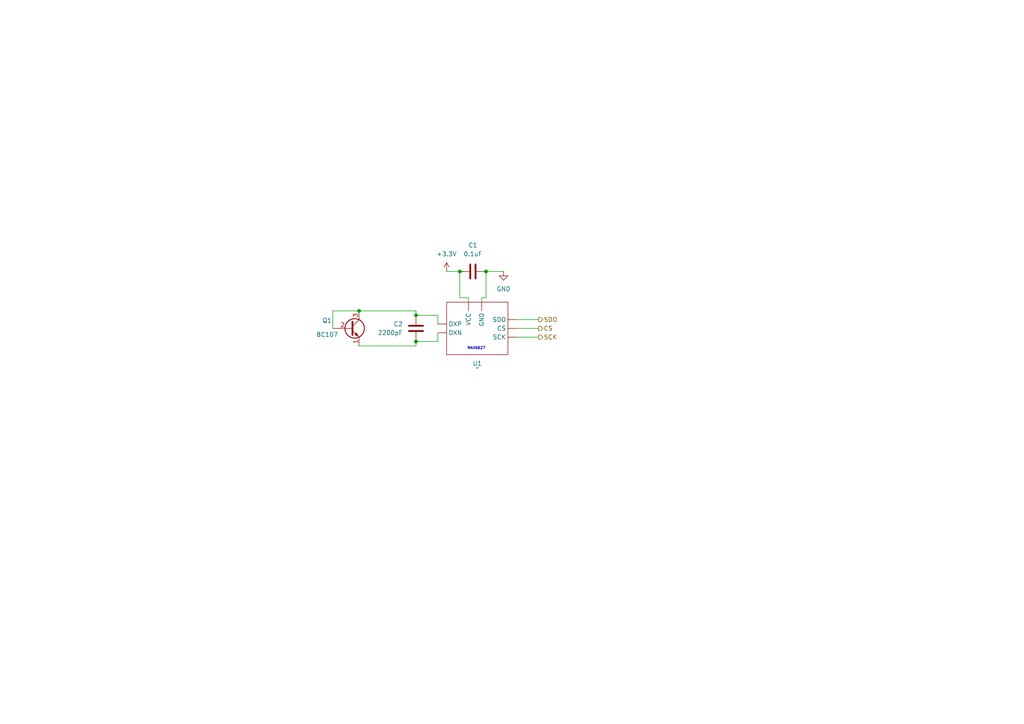
<source format=kicad_sch>
(kicad_sch
	(version 20231120)
	(generator "eeschema")
	(generator_version "8.0")
	(uuid "e9c27466-49cc-48f5-89db-696e3012e022")
	(paper "A4")
	(title_block
		(title "TEMP SENSOR")
		(comment 1 "MAX6627")
		(comment 2 "Remote ±1°C Accurate Digital Temperature")
		(comment 3 "FROM:- MAX6627 DATASHEET")
	)
	(lib_symbols
		(symbol "Device:C"
			(pin_numbers hide)
			(pin_names
				(offset 0.254)
			)
			(exclude_from_sim no)
			(in_bom yes)
			(on_board yes)
			(property "Reference" "C"
				(at 0.635 2.54 0)
				(effects
					(font
						(size 1.27 1.27)
					)
					(justify left)
				)
			)
			(property "Value" "C"
				(at 0.635 -2.54 0)
				(effects
					(font
						(size 1.27 1.27)
					)
					(justify left)
				)
			)
			(property "Footprint" ""
				(at 0.9652 -3.81 0)
				(effects
					(font
						(size 1.27 1.27)
					)
					(hide yes)
				)
			)
			(property "Datasheet" "~"
				(at 0 0 0)
				(effects
					(font
						(size 1.27 1.27)
					)
					(hide yes)
				)
			)
			(property "Description" "Unpolarized capacitor"
				(at 0 0 0)
				(effects
					(font
						(size 1.27 1.27)
					)
					(hide yes)
				)
			)
			(property "ki_keywords" "cap capacitor"
				(at 0 0 0)
				(effects
					(font
						(size 1.27 1.27)
					)
					(hide yes)
				)
			)
			(property "ki_fp_filters" "C_*"
				(at 0 0 0)
				(effects
					(font
						(size 1.27 1.27)
					)
					(hide yes)
				)
			)
			(symbol "C_0_1"
				(polyline
					(pts
						(xy -2.032 -0.762) (xy 2.032 -0.762)
					)
					(stroke
						(width 0.508)
						(type default)
					)
					(fill
						(type none)
					)
				)
				(polyline
					(pts
						(xy -2.032 0.762) (xy 2.032 0.762)
					)
					(stroke
						(width 0.508)
						(type default)
					)
					(fill
						(type none)
					)
				)
			)
			(symbol "C_1_1"
				(pin passive line
					(at 0 3.81 270)
					(length 2.794)
					(name "~"
						(effects
							(font
								(size 1.27 1.27)
							)
						)
					)
					(number "1"
						(effects
							(font
								(size 1.27 1.27)
							)
						)
					)
				)
				(pin passive line
					(at 0 -3.81 90)
					(length 2.794)
					(name "~"
						(effects
							(font
								(size 1.27 1.27)
							)
						)
					)
					(number "2"
						(effects
							(font
								(size 1.27 1.27)
							)
						)
					)
				)
			)
		)
		(symbol "MAX6627_TEMPSENSOR:TEMP_SENSOR_MAX662"
			(exclude_from_sim no)
			(in_bom yes)
			(on_board yes)
			(property "Reference" "U"
				(at 0 0 0)
				(effects
					(font
						(size 1.27 1.27)
					)
				)
			)
			(property "Value" ""
				(at 0 0 0)
				(effects
					(font
						(size 1.27 1.27)
					)
				)
			)
			(property "Footprint" ""
				(at 0 0 0)
				(effects
					(font
						(size 1.27 1.27)
					)
					(hide yes)
				)
			)
			(property "Datasheet" ""
				(at 0 0 0)
				(effects
					(font
						(size 1.27 1.27)
					)
					(hide yes)
				)
			)
			(property "Description" ""
				(at 0 0 0)
				(effects
					(font
						(size 1.27 1.27)
					)
					(hide yes)
				)
			)
			(symbol "TEMP_SENSOR_MAX662_0_1"
				(rectangle
					(start -7.62 7.62)
					(end 10.16 -7.62)
					(stroke
						(width 0)
						(type default)
					)
					(fill
						(type none)
					)
				)
			)
			(symbol "TEMP_SENSOR_MAX662_1_1"
				(pin input line
					(at 12.7 0 180)
					(length 2.54)
					(name "CS"
						(effects
							(font
								(size 1.27 1.27)
							)
						)
					)
					(number ""
						(effects
							(font
								(size 1.27 1.27)
							)
						)
					)
				)
				(pin input line
					(at -10.16 -1.27 0)
					(length 2.54)
					(name "DXN"
						(effects
							(font
								(size 1.27 1.27)
							)
						)
					)
					(number ""
						(effects
							(font
								(size 1.27 1.27)
							)
						)
					)
				)
				(pin input line
					(at -10.16 1.27 0)
					(length 2.54)
					(name "DXP"
						(effects
							(font
								(size 1.27 1.27)
							)
						)
					)
					(number ""
						(effects
							(font
								(size 1.27 1.27)
							)
						)
					)
				)
				(pin input line
					(at 2.54 7.62 270)
					(length 2.54)
					(name "GND"
						(effects
							(font
								(size 1.27 1.27)
							)
						)
					)
					(number ""
						(effects
							(font
								(size 1.27 1.27)
							)
						)
					)
				)
				(pin input line
					(at 12.7 -2.54 180)
					(length 2.54)
					(name "SCK"
						(effects
							(font
								(size 1.27 1.27)
							)
						)
					)
					(number ""
						(effects
							(font
								(size 1.27 1.27)
							)
						)
					)
				)
				(pin input line
					(at 12.7 2.54 180)
					(length 2.54)
					(name "SDO"
						(effects
							(font
								(size 1.27 1.27)
							)
						)
					)
					(number ""
						(effects
							(font
								(size 1.27 1.27)
							)
						)
					)
				)
				(pin input line
					(at -1.27 7.62 270)
					(length 2.54)
					(name "VCC"
						(effects
							(font
								(size 1.27 1.27)
							)
						)
					)
					(number ""
						(effects
							(font
								(size 1.27 1.27)
							)
						)
					)
				)
			)
		)
		(symbol "Transistor_BJT:BC107"
			(pin_names
				(offset 0) hide)
			(exclude_from_sim no)
			(in_bom yes)
			(on_board yes)
			(property "Reference" "Q"
				(at 5.08 1.905 0)
				(effects
					(font
						(size 1.27 1.27)
					)
					(justify left)
				)
			)
			(property "Value" "BC107"
				(at 5.08 0 0)
				(effects
					(font
						(size 1.27 1.27)
					)
					(justify left)
				)
			)
			(property "Footprint" "Package_TO_SOT_THT:TO-18-3"
				(at 5.08 -1.905 0)
				(effects
					(font
						(size 1.27 1.27)
						(italic yes)
					)
					(justify left)
					(hide yes)
				)
			)
			(property "Datasheet" "http://www.b-kainka.de/Daten/Transistor/BC108.pdf"
				(at 0 0 0)
				(effects
					(font
						(size 1.27 1.27)
					)
					(justify left)
					(hide yes)
				)
			)
			(property "Description" "0.1A Ic, 50V Vce, Low Noise General Purpose NPN Transistor, TO-18"
				(at 0 0 0)
				(effects
					(font
						(size 1.27 1.27)
					)
					(hide yes)
				)
			)
			(property "ki_keywords" "NPN low noise transistor"
				(at 0 0 0)
				(effects
					(font
						(size 1.27 1.27)
					)
					(hide yes)
				)
			)
			(property "ki_fp_filters" "TO?18*"
				(at 0 0 0)
				(effects
					(font
						(size 1.27 1.27)
					)
					(hide yes)
				)
			)
			(symbol "BC107_0_1"
				(polyline
					(pts
						(xy 0.635 0.635) (xy 2.54 2.54)
					)
					(stroke
						(width 0)
						(type default)
					)
					(fill
						(type none)
					)
				)
				(polyline
					(pts
						(xy 0.635 -0.635) (xy 2.54 -2.54) (xy 2.54 -2.54)
					)
					(stroke
						(width 0)
						(type default)
					)
					(fill
						(type none)
					)
				)
				(polyline
					(pts
						(xy 0.635 1.905) (xy 0.635 -1.905) (xy 0.635 -1.905)
					)
					(stroke
						(width 0.508)
						(type default)
					)
					(fill
						(type none)
					)
				)
				(polyline
					(pts
						(xy 1.27 -1.778) (xy 1.778 -1.27) (xy 2.286 -2.286) (xy 1.27 -1.778) (xy 1.27 -1.778)
					)
					(stroke
						(width 0)
						(type default)
					)
					(fill
						(type outline)
					)
				)
				(circle
					(center 1.27 0)
					(radius 2.8194)
					(stroke
						(width 0.254)
						(type default)
					)
					(fill
						(type none)
					)
				)
			)
			(symbol "BC107_1_1"
				(pin passive line
					(at 2.54 -5.08 90)
					(length 2.54)
					(name "E"
						(effects
							(font
								(size 1.27 1.27)
							)
						)
					)
					(number "1"
						(effects
							(font
								(size 1.27 1.27)
							)
						)
					)
				)
				(pin input line
					(at -5.08 0 0)
					(length 5.715)
					(name "B"
						(effects
							(font
								(size 1.27 1.27)
							)
						)
					)
					(number "2"
						(effects
							(font
								(size 1.27 1.27)
							)
						)
					)
				)
				(pin passive line
					(at 2.54 5.08 270)
					(length 2.54)
					(name "C"
						(effects
							(font
								(size 1.27 1.27)
							)
						)
					)
					(number "3"
						(effects
							(font
								(size 1.27 1.27)
							)
						)
					)
				)
			)
		)
		(symbol "power:+3.3V"
			(power)
			(pin_numbers hide)
			(pin_names
				(offset 0) hide)
			(exclude_from_sim no)
			(in_bom yes)
			(on_board yes)
			(property "Reference" "#PWR"
				(at 0 -3.81 0)
				(effects
					(font
						(size 1.27 1.27)
					)
					(hide yes)
				)
			)
			(property "Value" "+3.3V"
				(at 0 3.556 0)
				(effects
					(font
						(size 1.27 1.27)
					)
				)
			)
			(property "Footprint" ""
				(at 0 0 0)
				(effects
					(font
						(size 1.27 1.27)
					)
					(hide yes)
				)
			)
			(property "Datasheet" ""
				(at 0 0 0)
				(effects
					(font
						(size 1.27 1.27)
					)
					(hide yes)
				)
			)
			(property "Description" "Power symbol creates a global label with name \"+3.3V\""
				(at 0 0 0)
				(effects
					(font
						(size 1.27 1.27)
					)
					(hide yes)
				)
			)
			(property "ki_keywords" "global power"
				(at 0 0 0)
				(effects
					(font
						(size 1.27 1.27)
					)
					(hide yes)
				)
			)
			(symbol "+3.3V_0_1"
				(polyline
					(pts
						(xy -0.762 1.27) (xy 0 2.54)
					)
					(stroke
						(width 0)
						(type default)
					)
					(fill
						(type none)
					)
				)
				(polyline
					(pts
						(xy 0 0) (xy 0 2.54)
					)
					(stroke
						(width 0)
						(type default)
					)
					(fill
						(type none)
					)
				)
				(polyline
					(pts
						(xy 0 2.54) (xy 0.762 1.27)
					)
					(stroke
						(width 0)
						(type default)
					)
					(fill
						(type none)
					)
				)
			)
			(symbol "+3.3V_1_1"
				(pin power_in line
					(at 0 0 90)
					(length 0)
					(name "~"
						(effects
							(font
								(size 1.27 1.27)
							)
						)
					)
					(number "1"
						(effects
							(font
								(size 1.27 1.27)
							)
						)
					)
				)
			)
		)
		(symbol "power:GND"
			(power)
			(pin_numbers hide)
			(pin_names
				(offset 0) hide)
			(exclude_from_sim no)
			(in_bom yes)
			(on_board yes)
			(property "Reference" "#PWR"
				(at 0 -6.35 0)
				(effects
					(font
						(size 1.27 1.27)
					)
					(hide yes)
				)
			)
			(property "Value" "GND"
				(at 0 -3.81 0)
				(effects
					(font
						(size 1.27 1.27)
					)
				)
			)
			(property "Footprint" ""
				(at 0 0 0)
				(effects
					(font
						(size 1.27 1.27)
					)
					(hide yes)
				)
			)
			(property "Datasheet" ""
				(at 0 0 0)
				(effects
					(font
						(size 1.27 1.27)
					)
					(hide yes)
				)
			)
			(property "Description" "Power symbol creates a global label with name \"GND\" , ground"
				(at 0 0 0)
				(effects
					(font
						(size 1.27 1.27)
					)
					(hide yes)
				)
			)
			(property "ki_keywords" "global power"
				(at 0 0 0)
				(effects
					(font
						(size 1.27 1.27)
					)
					(hide yes)
				)
			)
			(symbol "GND_0_1"
				(polyline
					(pts
						(xy 0 0) (xy 0 -1.27) (xy 1.27 -1.27) (xy 0 -2.54) (xy -1.27 -1.27) (xy 0 -1.27)
					)
					(stroke
						(width 0)
						(type default)
					)
					(fill
						(type none)
					)
				)
			)
			(symbol "GND_1_1"
				(pin power_in line
					(at 0 0 270)
					(length 0)
					(name "~"
						(effects
							(font
								(size 1.27 1.27)
							)
						)
					)
					(number "1"
						(effects
							(font
								(size 1.27 1.27)
							)
						)
					)
				)
			)
		)
	)
	(junction
		(at 120.65 91.44)
		(diameter 0)
		(color 0 0 0 0)
		(uuid "0629b81c-2626-412f-a6ad-1f73f12047f1")
	)
	(junction
		(at 104.14 90.17)
		(diameter 0)
		(color 0 0 0 0)
		(uuid "836e7f07-d654-4552-8b24-cde2dd462f30")
	)
	(junction
		(at 140.97 78.74)
		(diameter 0)
		(color 0 0 0 0)
		(uuid "9700b1d6-52f0-41fd-8c4b-26846925c908")
	)
	(junction
		(at 120.65 99.06)
		(diameter 0)
		(color 0 0 0 0)
		(uuid "c96ca870-69ff-4172-90c4-d2756c1302ce")
	)
	(junction
		(at 133.35 78.74)
		(diameter 0)
		(color 0 0 0 0)
		(uuid "d8dab253-70e9-49ba-b990-cfd15121e932")
	)
	(wire
		(pts
			(xy 96.52 95.25) (xy 96.52 90.17)
		)
		(stroke
			(width 0)
			(type default)
		)
		(uuid "036e101d-b273-4cd2-84d2-f71c970c3dd5")
	)
	(wire
		(pts
			(xy 96.52 90.17) (xy 104.14 90.17)
		)
		(stroke
			(width 0)
			(type default)
		)
		(uuid "041259fb-7f67-4489-a1dc-5512185a291b")
	)
	(wire
		(pts
			(xy 104.14 90.17) (xy 120.65 90.17)
		)
		(stroke
			(width 0)
			(type default)
		)
		(uuid "14edf8e1-6300-49a7-98a8-7e939bd87ba6")
	)
	(wire
		(pts
			(xy 129.54 78.74) (xy 133.35 78.74)
		)
		(stroke
			(width 0)
			(type default)
		)
		(uuid "222b8069-dd88-43f0-80b7-a4f325ed500d")
	)
	(wire
		(pts
			(xy 104.14 100.33) (xy 120.65 100.33)
		)
		(stroke
			(width 0)
			(type default)
		)
		(uuid "280a38b7-f358-41ea-a756-d8daae9ec6da")
	)
	(wire
		(pts
			(xy 140.97 78.74) (xy 146.05 78.74)
		)
		(stroke
			(width 0)
			(type default)
		)
		(uuid "2fe40ccb-49e0-478f-8c95-ebe7ba9d7b39")
	)
	(wire
		(pts
			(xy 139.7 86.36) (xy 140.97 86.36)
		)
		(stroke
			(width 0)
			(type default)
		)
		(uuid "3408441a-a9dd-4359-8649-a701815584eb")
	)
	(wire
		(pts
			(xy 120.65 99.06) (xy 127 99.06)
		)
		(stroke
			(width 0)
			(type default)
		)
		(uuid "7746cf8b-8efa-44de-b64b-38ca2c6a42f6")
	)
	(wire
		(pts
			(xy 120.65 100.33) (xy 120.65 99.06)
		)
		(stroke
			(width 0)
			(type default)
		)
		(uuid "8aa5b9e7-3c09-43ee-ad0c-8ba24f907fcb")
	)
	(wire
		(pts
			(xy 135.89 86.36) (xy 133.35 86.36)
		)
		(stroke
			(width 0)
			(type default)
		)
		(uuid "a22c1163-f953-4c17-ba57-7f2f6934f5f4")
	)
	(wire
		(pts
			(xy 127 96.52) (xy 127 99.06)
		)
		(stroke
			(width 0)
			(type default)
		)
		(uuid "a8643008-f45f-4421-bee6-8f2dac9fd460")
	)
	(wire
		(pts
			(xy 139.7 87.63) (xy 139.7 86.36)
		)
		(stroke
			(width 0)
			(type default)
		)
		(uuid "adfa9fa0-c511-4cfe-b097-3a214b609c73")
	)
	(wire
		(pts
			(xy 133.35 78.74) (xy 134.62 78.74)
		)
		(stroke
			(width 0)
			(type default)
		)
		(uuid "baafa098-fe53-4663-9a2a-d3a61f0e4bdc")
	)
	(wire
		(pts
			(xy 149.86 92.71) (xy 156.21 92.71)
		)
		(stroke
			(width 0)
			(type default)
		)
		(uuid "c08a45c5-8bf6-476c-ac1a-62dc292e6b36")
	)
	(wire
		(pts
			(xy 127 93.98) (xy 127 91.44)
		)
		(stroke
			(width 0)
			(type default)
		)
		(uuid "c17e44d4-5edf-495e-908c-cca257964214")
	)
	(wire
		(pts
			(xy 133.35 86.36) (xy 133.35 78.74)
		)
		(stroke
			(width 0)
			(type default)
		)
		(uuid "c2beb92c-7aa1-47f7-a7fe-4de2aa134f34")
	)
	(wire
		(pts
			(xy 149.86 95.25) (xy 156.21 95.25)
		)
		(stroke
			(width 0)
			(type default)
		)
		(uuid "de85fa23-5c5b-4a97-a5a4-7c8cc7ef82db")
	)
	(wire
		(pts
			(xy 149.86 97.79) (xy 156.21 97.79)
		)
		(stroke
			(width 0)
			(type default)
		)
		(uuid "e0521d0f-e264-485c-bd0b-f91b38bc3f2d")
	)
	(wire
		(pts
			(xy 120.65 90.17) (xy 120.65 91.44)
		)
		(stroke
			(width 0)
			(type default)
		)
		(uuid "e2e10487-6756-4ae3-8486-5d4d119e696c")
	)
	(wire
		(pts
			(xy 135.89 87.63) (xy 135.89 86.36)
		)
		(stroke
			(width 0)
			(type default)
		)
		(uuid "e61b619a-d19b-4bf3-b9a4-5ea32fbf405d")
	)
	(wire
		(pts
			(xy 127 91.44) (xy 120.65 91.44)
		)
		(stroke
			(width 0)
			(type default)
		)
		(uuid "e84a14ee-381d-4dd1-9588-3deac67a8a32")
	)
	(wire
		(pts
			(xy 140.97 78.74) (xy 140.97 86.36)
		)
		(stroke
			(width 0)
			(type default)
		)
		(uuid "fcc3c583-c3db-40d6-81fa-51ecd671cd25")
	)
	(text "MAX6627"
		(exclude_from_sim no)
		(at 138.176 101.092 0)
		(effects
			(font
				(size 0.762 0.762)
			)
		)
		(uuid "6b7e5708-a2e1-4fec-8988-7fdb8e9a03f8")
	)
	(hierarchical_label "SCK"
		(shape output)
		(at 156.21 97.79 0)
		(fields_autoplaced yes)
		(effects
			(font
				(size 1.27 1.27)
			)
			(justify left)
		)
		(uuid "6477a6dc-0266-4a83-a7d1-e136457fc2a9")
	)
	(hierarchical_label "CS"
		(shape output)
		(at 156.21 95.25 0)
		(fields_autoplaced yes)
		(effects
			(font
				(size 1.27 1.27)
			)
			(justify left)
		)
		(uuid "c1e86e1e-89d2-42bd-8cc7-60db5b2d5ef2")
	)
	(hierarchical_label "SDO"
		(shape output)
		(at 156.21 92.71 0)
		(fields_autoplaced yes)
		(effects
			(font
				(size 1.27 1.27)
			)
			(justify left)
		)
		(uuid "f3421ddf-67b3-4722-813e-8f328591a5af")
	)
	(symbol
		(lib_id "power:GND")
		(at 146.05 78.74 0)
		(unit 1)
		(exclude_from_sim no)
		(in_bom yes)
		(on_board yes)
		(dnp no)
		(fields_autoplaced yes)
		(uuid "1eda9f88-1b93-4228-b7e2-7c0f6b5abdd6")
		(property "Reference" "#PWR02"
			(at 146.05 85.09 0)
			(effects
				(font
					(size 1.27 1.27)
				)
				(hide yes)
			)
		)
		(property "Value" "GND"
			(at 146.05 83.82 0)
			(effects
				(font
					(size 1.27 1.27)
				)
			)
		)
		(property "Footprint" ""
			(at 146.05 78.74 0)
			(effects
				(font
					(size 1.27 1.27)
				)
				(hide yes)
			)
		)
		(property "Datasheet" ""
			(at 146.05 78.74 0)
			(effects
				(font
					(size 1.27 1.27)
				)
				(hide yes)
			)
		)
		(property "Description" "Power symbol creates a global label with name \"GND\" , ground"
			(at 146.05 78.74 0)
			(effects
				(font
					(size 1.27 1.27)
				)
				(hide yes)
			)
		)
		(pin "1"
			(uuid "426d1a6c-66b7-4734-8447-8ad451c5ed25")
		)
		(instances
			(project ""
				(path "/e9c27466-49cc-48f5-89db-696e3012e022"
					(reference "#PWR02")
					(unit 1)
				)
			)
		)
	)
	(symbol
		(lib_id "Device:C")
		(at 120.65 95.25 0)
		(mirror x)
		(unit 1)
		(exclude_from_sim no)
		(in_bom yes)
		(on_board yes)
		(dnp no)
		(uuid "690395ce-fabd-491a-a97f-fea657dcb2e3")
		(property "Reference" "C2"
			(at 116.84 93.9799 0)
			(effects
				(font
					(size 1.27 1.27)
				)
				(justify right)
			)
		)
		(property "Value" "2200pF"
			(at 116.84 96.5199 0)
			(effects
				(font
					(size 1.27 1.27)
				)
				(justify right)
			)
		)
		(property "Footprint" ""
			(at 121.6152 91.44 0)
			(effects
				(font
					(size 1.27 1.27)
				)
				(hide yes)
			)
		)
		(property "Datasheet" "~"
			(at 120.65 95.25 0)
			(effects
				(font
					(size 1.27 1.27)
				)
				(hide yes)
			)
		)
		(property "Description" "Unpolarized capacitor"
			(at 120.65 95.25 0)
			(effects
				(font
					(size 1.27 1.27)
				)
				(hide yes)
			)
		)
		(pin "2"
			(uuid "fe23258b-0a81-4941-8b96-c7e3d86d720e")
		)
		(pin "1"
			(uuid "296aa021-0eb8-4003-b8ea-b4f89848b0d9")
		)
		(instances
			(project "MAX6627 TEMP SENSOR"
				(path "/e9c27466-49cc-48f5-89db-696e3012e022"
					(reference "C2")
					(unit 1)
				)
			)
		)
	)
	(symbol
		(lib_id "Transistor_BJT:BC107")
		(at 101.6 95.25 0)
		(unit 1)
		(exclude_from_sim no)
		(in_bom yes)
		(on_board yes)
		(dnp no)
		(uuid "8635696b-087d-4bb9-9eb5-39415ae50a15")
		(property "Reference" "Q1"
			(at 93.472 92.964 0)
			(effects
				(font
					(size 1.27 1.27)
				)
				(justify left)
			)
		)
		(property "Value" "BC107"
			(at 91.694 97.028 0)
			(effects
				(font
					(size 1.27 1.27)
				)
				(justify left)
			)
		)
		(property "Footprint" "Package_TO_SOT_THT:TO-18-3"
			(at 106.68 97.155 0)
			(effects
				(font
					(size 1.27 1.27)
					(italic yes)
				)
				(justify left)
				(hide yes)
			)
		)
		(property "Datasheet" "http://www.b-kainka.de/Daten/Transistor/BC108.pdf"
			(at 101.6 95.25 0)
			(effects
				(font
					(size 1.27 1.27)
				)
				(justify left)
				(hide yes)
			)
		)
		(property "Description" "0.1A Ic, 50V Vce, Low Noise General Purpose NPN Transistor, TO-18"
			(at 101.6 95.25 0)
			(effects
				(font
					(size 1.27 1.27)
				)
				(hide yes)
			)
		)
		(pin "1"
			(uuid "2dc85269-1c91-497c-842a-0d9eae798769")
		)
		(pin "3"
			(uuid "e9a584bc-1f72-4791-8132-70e89356d816")
		)
		(pin "2"
			(uuid "53713c93-e6d9-4790-8683-08c2797e7131")
		)
		(instances
			(project ""
				(path "/e9c27466-49cc-48f5-89db-696e3012e022"
					(reference "Q1")
					(unit 1)
				)
			)
		)
	)
	(symbol
		(lib_id "power:+3.3V")
		(at 129.54 78.74 0)
		(unit 1)
		(exclude_from_sim no)
		(in_bom yes)
		(on_board yes)
		(dnp no)
		(fields_autoplaced yes)
		(uuid "9c97a79e-218e-47db-9656-6909fb99d11e")
		(property "Reference" "#PWR01"
			(at 129.54 82.55 0)
			(effects
				(font
					(size 1.27 1.27)
				)
				(hide yes)
			)
		)
		(property "Value" "+3.3V"
			(at 129.54 73.66 0)
			(effects
				(font
					(size 1.27 1.27)
				)
			)
		)
		(property "Footprint" ""
			(at 129.54 78.74 0)
			(effects
				(font
					(size 1.27 1.27)
				)
				(hide yes)
			)
		)
		(property "Datasheet" ""
			(at 129.54 78.74 0)
			(effects
				(font
					(size 1.27 1.27)
				)
				(hide yes)
			)
		)
		(property "Description" "Power symbol creates a global label with name \"+3.3V\""
			(at 129.54 78.74 0)
			(effects
				(font
					(size 1.27 1.27)
				)
				(hide yes)
			)
		)
		(pin "1"
			(uuid "aaf6bc6b-6b94-426a-8e0f-e9f62725ae87")
		)
		(instances
			(project ""
				(path "/e9c27466-49cc-48f5-89db-696e3012e022"
					(reference "#PWR01")
					(unit 1)
				)
			)
		)
	)
	(symbol
		(lib_id "MAX6627_TEMPSENSOR:TEMP_SENSOR_MAX662")
		(at 137.16 95.25 0)
		(unit 1)
		(exclude_from_sim no)
		(in_bom yes)
		(on_board yes)
		(dnp no)
		(fields_autoplaced yes)
		(uuid "b4b94393-84c8-4d52-a6ea-2482beece249")
		(property "Reference" "U1"
			(at 138.43 105.41 0)
			(effects
				(font
					(size 1.27 1.27)
				)
			)
		)
		(property "Value" "~"
			(at 138.43 106.68 0)
			(effects
				(font
					(size 1.27 1.27)
				)
			)
		)
		(property "Footprint" ""
			(at 137.16 95.25 0)
			(effects
				(font
					(size 1.27 1.27)
				)
				(hide yes)
			)
		)
		(property "Datasheet" ""
			(at 137.16 95.25 0)
			(effects
				(font
					(size 1.27 1.27)
				)
				(hide yes)
			)
		)
		(property "Description" ""
			(at 137.16 95.25 0)
			(effects
				(font
					(size 1.27 1.27)
				)
				(hide yes)
			)
		)
		(pin ""
			(uuid "c09f8520-275b-4ef0-b60c-a5f3d0eb22ef")
		)
		(pin ""
			(uuid "641fd672-7371-450d-89ca-82f622e46c60")
		)
		(pin ""
			(uuid "b7f601bf-0842-4299-95df-fc5b5eb96b2d")
		)
		(pin ""
			(uuid "a1d82305-3de3-4586-b62e-e2a383097736")
		)
		(pin ""
			(uuid "3542adce-df1a-457b-aea6-115e486d5b4c")
		)
		(pin ""
			(uuid "c50461c6-5a0e-4935-8756-b65c46fc1faf")
		)
		(pin ""
			(uuid "ec4af6d6-a29b-44ea-8f8f-e93df723cfff")
		)
		(instances
			(project ""
				(path "/e9c27466-49cc-48f5-89db-696e3012e022"
					(reference "U1")
					(unit 1)
				)
			)
		)
	)
	(symbol
		(lib_id "Device:C")
		(at 137.16 78.74 270)
		(unit 1)
		(exclude_from_sim no)
		(in_bom yes)
		(on_board yes)
		(dnp no)
		(fields_autoplaced yes)
		(uuid "e22cb957-02c1-464f-8f45-682953bf632a")
		(property "Reference" "C1"
			(at 137.16 71.12 90)
			(effects
				(font
					(size 1.27 1.27)
				)
			)
		)
		(property "Value" "0.1uF"
			(at 137.16 73.66 90)
			(effects
				(font
					(size 1.27 1.27)
				)
			)
		)
		(property "Footprint" ""
			(at 133.35 79.7052 0)
			(effects
				(font
					(size 1.27 1.27)
				)
				(hide yes)
			)
		)
		(property "Datasheet" "~"
			(at 137.16 78.74 0)
			(effects
				(font
					(size 1.27 1.27)
				)
				(hide yes)
			)
		)
		(property "Description" "Unpolarized capacitor"
			(at 137.16 78.74 0)
			(effects
				(font
					(size 1.27 1.27)
				)
				(hide yes)
			)
		)
		(pin "2"
			(uuid "893405f7-64d0-41fb-8e1a-bd92d3e69583")
		)
		(pin "1"
			(uuid "3a4f5256-02a8-41b1-85e2-26994da06ad5")
		)
		(instances
			(project ""
				(path "/e9c27466-49cc-48f5-89db-696e3012e022"
					(reference "C1")
					(unit 1)
				)
			)
		)
	)
	(sheet_instances
		(path "/"
			(page "1")
		)
	)
)

</source>
